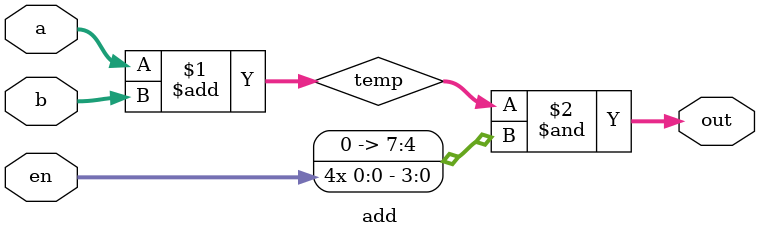
<source format=v>
`timescale 1ns / 1ps


module	add(input	en,	input	[3:0]	a,	input	[3:0]	b,	output[7:0]	out);	


    wire [7:0] temp;  

    assign temp = a + b;

   assign out = temp & {4{en}}; 


endmodule
</source>
